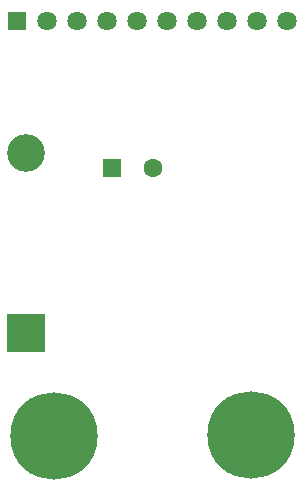
<source format=gbr>
%TF.GenerationSoftware,KiCad,Pcbnew,8.0.7*%
%TF.CreationDate,2025-03-15T22:57:34-07:00*%
%TF.ProjectId,Buck5,4275636b-352e-46b6-9963-61645f706362,rev?*%
%TF.SameCoordinates,Original*%
%TF.FileFunction,Copper,L3,Inr*%
%TF.FilePolarity,Positive*%
%FSLAX46Y46*%
G04 Gerber Fmt 4.6, Leading zero omitted, Abs format (unit mm)*
G04 Created by KiCad (PCBNEW 8.0.7) date 2025-03-15 22:57:34*
%MOMM*%
%LPD*%
G01*
G04 APERTURE LIST*
%TA.AperFunction,ComponentPad*%
%ADD10R,1.600000X1.600000*%
%TD*%
%TA.AperFunction,ComponentPad*%
%ADD11C,1.600000*%
%TD*%
%TA.AperFunction,ComponentPad*%
%ADD12C,7.400000*%
%TD*%
%TA.AperFunction,ComponentPad*%
%ADD13R,3.200000X3.200000*%
%TD*%
%TA.AperFunction,ComponentPad*%
%ADD14O,3.200000X3.200000*%
%TD*%
%TA.AperFunction,ComponentPad*%
%ADD15R,1.635000X1.635000*%
%TD*%
%TA.AperFunction,ComponentPad*%
%ADD16C,1.635000*%
%TD*%
G04 APERTURE END LIST*
D10*
%TO.N,/+5V*%
%TO.C,C2*%
X108329349Y-86106000D03*
D11*
%TO.N,GND*%
X111829349Y-86106000D03*
%TD*%
D12*
%TO.N,GND*%
%TO.C,H1*%
X103450000Y-108749900D03*
%TD*%
D13*
%TO.N,Net-(D2-K)*%
%TO.C,D2*%
X101092000Y-100076000D03*
D14*
%TO.N,GND*%
X101092000Y-84836000D03*
%TD*%
D12*
%TO.N,GND*%
%TO.C,H2*%
X120100000Y-108720000D03*
%TD*%
D15*
%TO.N,GND*%
%TO.C,J1*%
X100330000Y-73660000D03*
D16*
X102870000Y-73660000D03*
X105410000Y-73660000D03*
X107950000Y-73660000D03*
X110490000Y-73660000D03*
X113030000Y-73660000D03*
X115570000Y-73660000D03*
X118110000Y-73660000D03*
%TO.N,/+5V*%
X120650000Y-73660000D03*
%TO.N,/+24V*%
X123190000Y-73660000D03*
%TD*%
M02*

</source>
